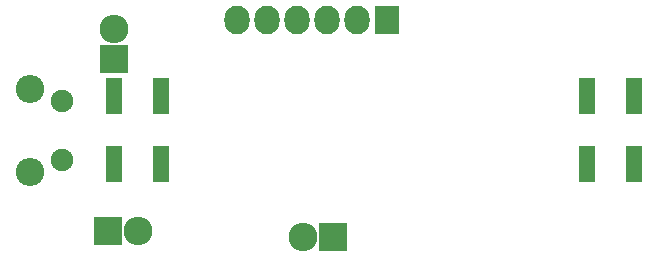
<source format=gts>
G04 #@! TF.FileFunction,Soldermask,Top*
%FSLAX46Y46*%
G04 Gerber Fmt 4.6, Leading zero omitted, Abs format (unit mm)*
G04 Created by KiCad (PCBNEW 4.0.2+dfsg1-stable) date Mon Jul 16 14:53:24 2018*
%MOMM*%
G01*
G04 APERTURE LIST*
%ADD10C,0.350000*%
%ADD11R,2.432000X2.432000*%
%ADD12O,2.432000X2.432000*%
%ADD13R,2.127200X2.432000*%
%ADD14O,2.127200X2.432000*%
%ADD15O,1.900000X1.900000*%
%ADD16O,2.400000X2.400000*%
%ADD17R,1.400000X3.150000*%
G04 APERTURE END LIST*
D10*
D11*
X9000000Y-5500000D03*
D12*
X9000000Y-2960000D03*
D11*
X8500000Y-20000000D03*
D12*
X11040000Y-20000000D03*
D13*
X32100000Y-2200000D03*
D14*
X29560000Y-2200000D03*
X27020000Y-2200000D03*
X24480000Y-2200000D03*
X21940000Y-2200000D03*
X19400000Y-2200000D03*
D15*
X4562540Y-14000900D03*
X4562540Y-9000900D03*
D16*
X1862540Y-15000900D03*
X1862540Y-8000900D03*
D11*
X27500000Y-20500000D03*
D12*
X24960000Y-20500000D03*
D17*
X9000000Y-8625000D03*
X9000000Y-14375000D03*
X13000000Y-14375000D03*
X13000000Y-8625000D03*
X53000000Y-14375000D03*
X53000000Y-8625000D03*
X49000000Y-8625000D03*
X49000000Y-14375000D03*
M02*

</source>
